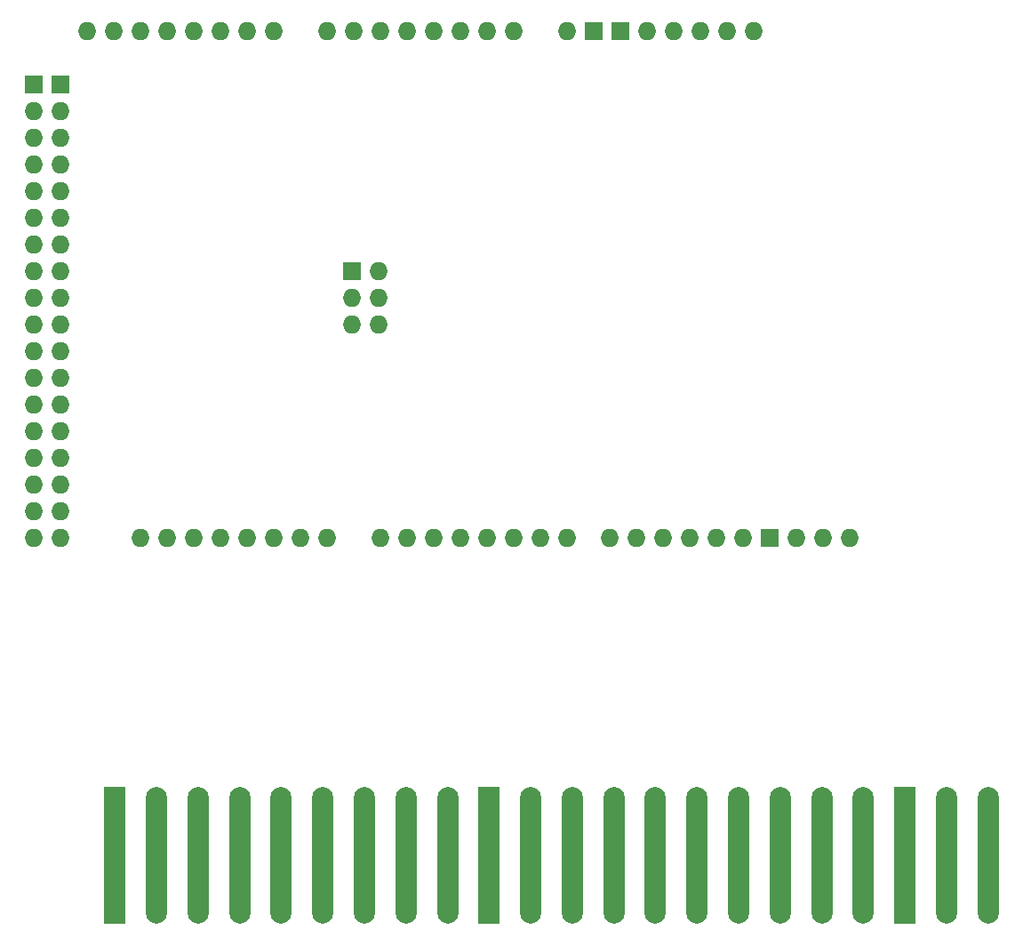
<source format=gbr>
%TF.GenerationSoftware,KiCad,Pcbnew,7.0.9*%
%TF.CreationDate,2023-11-10T10:13:10-06:00*%
%TF.ProjectId,controlSemaforicoMEga,636f6e74-726f-46c5-9365-6d61666f7269,rev?*%
%TF.SameCoordinates,PX4ef7d2aPY852b4f0*%
%TF.FileFunction,Copper,L2,Bot*%
%TF.FilePolarity,Positive*%
%FSLAX46Y46*%
G04 Gerber Fmt 4.6, Leading zero omitted, Abs format (unit mm)*
G04 Created by KiCad (PCBNEW 7.0.9) date 2023-11-10 10:13:10*
%MOMM*%
%LPD*%
G01*
G04 APERTURE LIST*
%TA.AperFunction,ComponentPad*%
%ADD10O,1.727200X1.727200*%
%TD*%
%TA.AperFunction,ComponentPad*%
%ADD11R,1.727200X1.727200*%
%TD*%
%TA.AperFunction,SMDPad,CuDef*%
%ADD12R,2.000000X13.000000*%
%TD*%
%TA.AperFunction,SMDPad,CuDef*%
%ADD13O,2.000000X13.000000*%
%TD*%
%TA.AperFunction,Conductor*%
%ADD14C,0.203200*%
%TD*%
G04 APERTURE END LIST*
D10*
%TO.P,A1,*%
%TO.N,*%
X76707990Y79186000D03*
%TO.P,A1,3V3,3.3V*%
%TO.N,unconnected-(A1-3.3V-Pad3V3)*%
X69087990Y79186000D03*
%TO.P,A1,5V1,5V*%
%TO.N,unconnected-(A1-5V-Pad5V1)*%
X66547990Y79186000D03*
%TO.P,A1,5V2,SPI_5V*%
%TO.N,unconnected-(A1-SPI_5V-Pad5V2)*%
X38480990Y51246000D03*
%TO.P,A1,5V3,5V*%
%TO.N,VCC*%
X10667990Y30926000D03*
%TO.P,A1,5V4,5V*%
%TO.N,unconnected-(A1-5V-Pad5V4)*%
X8127990Y30926000D03*
%TO.P,A1,A0,A0*%
%TO.N,unconnected-(A1-PadA0)*%
X53847990Y79186000D03*
%TO.P,A1,A1,A1*%
%TO.N,unconnected-(A1-PadA1)*%
X51307990Y79186000D03*
%TO.P,A1,A2,A2*%
%TO.N,unconnected-(A1-PadA2)*%
X48767990Y79186000D03*
%TO.P,A1,A3,A3*%
%TO.N,unconnected-(A1-PadA3)*%
X46227990Y79186000D03*
%TO.P,A1,A4,A4*%
%TO.N,unconnected-(A1-PadA4)*%
X43687990Y79186000D03*
%TO.P,A1,A5,A5*%
%TO.N,unconnected-(A1-PadA5)*%
X41147990Y79186000D03*
%TO.P,A1,A6,A6*%
%TO.N,unconnected-(A1-PadA6)*%
X38607990Y79186000D03*
%TO.P,A1,A7,A7*%
%TO.N,unconnected-(A1-PadA7)*%
X36067990Y79186000D03*
%TO.P,A1,A8,A8*%
%TO.N,unconnected-(A1-PadA8)*%
X30987990Y79186000D03*
%TO.P,A1,A9,A9*%
%TO.N,unconnected-(A1-PadA9)*%
X28447990Y79186000D03*
%TO.P,A1,A10,A10*%
%TO.N,unconnected-(A1-PadA10)*%
X25907990Y79186000D03*
%TO.P,A1,A11,A11*%
%TO.N,unconnected-(A1-PadA11)*%
X23367990Y79186000D03*
%TO.P,A1,A12,A12*%
%TO.N,unconnected-(A1-PadA12)*%
X20827990Y79186000D03*
%TO.P,A1,A13,A13*%
%TO.N,unconnected-(A1-PadA13)*%
X18287990Y79186000D03*
%TO.P,A1,A14,A14*%
%TO.N,unconnected-(A1-PadA14)*%
X15747990Y79186000D03*
%TO.P,A1,A15,A15*%
%TO.N,unconnected-(A1-PadA15)*%
X13207990Y79186000D03*
%TO.P,A1,AREF,AREF*%
%TO.N,unconnected-(A1-PadAREF)*%
X80771990Y30926000D03*
%TO.P,A1,D0,D0/RX0*%
%TO.N,unconnected-(A1-D0{slash}RX0-PadD0)*%
X41147990Y30926000D03*
%TO.P,A1,D1,D1/TX0*%
%TO.N,unconnected-(A1-D1{slash}TX0-PadD1)*%
X43687990Y30926000D03*
%TO.P,A1,D2,D2_INT0*%
%TO.N,Net-(A1-D2_INT0)*%
X46227990Y30926000D03*
%TO.P,A1,D3,D3_INT1*%
%TO.N,Net-(A1-D3_INT1)*%
X48767990Y30926000D03*
%TO.P,A1,D4,D4*%
%TO.N,Net-(J1-Pin_4)*%
X51307990Y30926000D03*
%TO.P,A1,D5,D5*%
%TO.N,Net-(J1-Pin_5)*%
X53847990Y30926000D03*
%TO.P,A1,D6,D6*%
%TO.N,Net-(J1-Pin_6)*%
X56387990Y30926000D03*
%TO.P,A1,D7,D7*%
%TO.N,Net-(J1-Pin_7)*%
X58927990Y30926000D03*
%TO.P,A1,D8,D8*%
%TO.N,Net-(J1-Pin_8)*%
X62991990Y30926000D03*
%TO.P,A1,D9,D9*%
%TO.N,Net-(J1-Pin_9)*%
X65531990Y30926000D03*
%TO.P,A1,D10,D10*%
%TO.N,Net-(J1-Pin_10)*%
X68071990Y30926000D03*
%TO.P,A1,D11,D11*%
%TO.N,Net-(J1-Pin_11)*%
X70611990Y30926000D03*
%TO.P,A1,D12,D12*%
%TO.N,Net-(J1-Pin_12)*%
X73151990Y30926000D03*
%TO.P,A1,D13,D13*%
%TO.N,Net-(J1-Pin_13)*%
X75691990Y30926000D03*
%TO.P,A1,D14,D14/TX3*%
%TO.N,unconnected-(A1-D14{slash}TX3-PadD14)*%
X36067990Y30926000D03*
%TO.P,A1,D15,D15/RX3*%
%TO.N,unconnected-(A1-D15{slash}RX3-PadD15)*%
X33527990Y30926000D03*
%TO.P,A1,D16,D16/TX2*%
%TO.N,unconnected-(A1-D16{slash}TX2-PadD16)*%
X30987990Y30926000D03*
%TO.P,A1,D17,D17/RX2*%
%TO.N,unconnected-(A1-D17{slash}RX2-PadD17)*%
X28447990Y30926000D03*
%TO.P,A1,D18,D18/TX1*%
%TO.N,unconnected-(A1-D18{slash}TX1-PadD18)*%
X25907990Y30926000D03*
%TO.P,A1,D19,D19/RX1*%
%TO.N,unconnected-(A1-D19{slash}RX1-PadD19)*%
X23367990Y30926000D03*
%TO.P,A1,D20,D20/SDA*%
%TO.N,unconnected-(A1-D20{slash}SDA-PadD20)*%
X20827990Y30926000D03*
%TO.P,A1,D21,D21/SCL*%
%TO.N,unconnected-(A1-D21{slash}SCL-PadD21)*%
X18287990Y30926000D03*
%TO.P,A1,D22,D22*%
%TO.N,Net-(J1-Pin_14)*%
X10667990Y33466000D03*
%TO.P,A1,D23,D23*%
%TO.N,Net-(J1-Pin_15)*%
X8127990Y33466000D03*
%TO.P,A1,D24,D24*%
%TO.N,Net-(J1-Pin_16)*%
X10667990Y36006000D03*
%TO.P,A1,D25,D25*%
%TO.N,Net-(J1-Pin_17)*%
X8127990Y36006000D03*
%TO.P,A1,D26,D26*%
%TO.N,Net-(J1-Pin_18)*%
X10667990Y38546000D03*
%TO.P,A1,D27,D27*%
%TO.N,Net-(J1-Pin_19)*%
X8127990Y38546000D03*
%TO.P,A1,D28,D28*%
%TO.N,unconnected-(A1-PadD28)*%
X10667990Y41086000D03*
%TO.P,A1,D29,D29*%
%TO.N,unconnected-(A1-PadD29)*%
X8127990Y41086000D03*
%TO.P,A1,D30,D30*%
%TO.N,unconnected-(A1-PadD30)*%
X10667990Y43626000D03*
%TO.P,A1,D31,D31*%
%TO.N,unconnected-(A1-PadD31)*%
X8127990Y43626000D03*
%TO.P,A1,D32,D32*%
%TO.N,unconnected-(A1-PadD32)*%
X10667990Y46166000D03*
%TO.P,A1,D33,D33*%
%TO.N,unconnected-(A1-PadD33)*%
X8127990Y46166000D03*
%TO.P,A1,D34,D34*%
%TO.N,unconnected-(A1-PadD34)*%
X10667990Y48706000D03*
%TO.P,A1,D35,D35*%
%TO.N,unconnected-(A1-PadD35)*%
X8127990Y48706000D03*
%TO.P,A1,D36,D36*%
%TO.N,unconnected-(A1-PadD36)*%
X10667990Y51246000D03*
%TO.P,A1,D37,D37*%
%TO.N,unconnected-(A1-PadD37)*%
X8127990Y51246000D03*
%TO.P,A1,D38,D38*%
%TO.N,unconnected-(A1-PadD38)*%
X10667990Y53786000D03*
%TO.P,A1,D39,D39*%
%TO.N,unconnected-(A1-PadD39)*%
X8127990Y53786000D03*
%TO.P,A1,D40,D40*%
%TO.N,unconnected-(A1-PadD40)*%
X10667990Y56326000D03*
%TO.P,A1,D41,D41*%
%TO.N,unconnected-(A1-PadD41)*%
X8127990Y56326000D03*
%TO.P,A1,D42,D42*%
%TO.N,unconnected-(A1-PadD42)*%
X10667990Y58866000D03*
%TO.P,A1,D43,D43*%
%TO.N,unconnected-(A1-PadD43)*%
X8127990Y58866000D03*
%TO.P,A1,D44,D44*%
%TO.N,unconnected-(A1-PadD44)*%
X10667990Y61406000D03*
%TO.P,A1,D45,D45*%
%TO.N,unconnected-(A1-PadD45)*%
X8127990Y61406000D03*
%TO.P,A1,D46,D46*%
%TO.N,unconnected-(A1-PadD46)*%
X10667990Y63946000D03*
%TO.P,A1,D47,D47*%
%TO.N,unconnected-(A1-PadD47)*%
X8127990Y63946000D03*
%TO.P,A1,D48,D48*%
%TO.N,unconnected-(A1-PadD48)*%
X10667990Y66486000D03*
%TO.P,A1,D49,D49*%
%TO.N,unconnected-(A1-PadD49)*%
X8127990Y66486000D03*
%TO.P,A1,D50,D50_MISO*%
%TO.N,unconnected-(A1-D50_MISO-PadD50)*%
X10667990Y69026000D03*
%TO.P,A1,D51,D51_MOSI*%
%TO.N,unconnected-(A1-D51_MOSI-PadD51)*%
X8127990Y69026000D03*
%TO.P,A1,D52,D52_SCK*%
%TO.N,unconnected-(A1-D52_SCK-PadD52)*%
X10667990Y71566000D03*
%TO.P,A1,D53,D53_CS*%
%TO.N,unconnected-(A1-D53_CS-PadD53)*%
X8127990Y71566000D03*
D11*
%TO.P,A1,GND1,GND*%
%TO.N,unconnected-(A1-GND-PadGND1)*%
X78231990Y30926000D03*
%TO.P,A1,GND2,GND*%
%TO.N,unconnected-(A1-GND-PadGND2)*%
X64007990Y79186000D03*
%TO.P,A1,GND3,GND*%
%TO.N,GND*%
X61467990Y79186000D03*
%TO.P,A1,GND4,SPI_GND*%
%TO.N,unconnected-(A1-SPI_GND-PadGND4)*%
X38480990Y56326000D03*
%TO.P,A1,GND5,GND*%
%TO.N,unconnected-(A1-GND-PadGND5)*%
X10667990Y74106000D03*
%TO.P,A1,GND6,GND*%
%TO.N,unconnected-(A1-GND-PadGND6)*%
X8127990Y74106000D03*
D10*
%TO.P,A1,IORF,IOREF*%
%TO.N,unconnected-(A1-IOREF-PadIORF)*%
X74167990Y79186000D03*
%TO.P,A1,MISO,SPI_MISO*%
%TO.N,unconnected-(A1-SPI_MISO-PadMISO)*%
X41020990Y51246000D03*
%TO.P,A1,MOSI,SPI_MOSI*%
%TO.N,unconnected-(A1-SPI_MOSI-PadMOSI)*%
X38480990Y53786000D03*
%TO.P,A1,RST1,RESET*%
%TO.N,unconnected-(A1-RESET-PadRST1)*%
X71627990Y79186000D03*
%TO.P,A1,RST2,SPI_RESET*%
%TO.N,unconnected-(A1-SPI_RESET-PadRST2)*%
X41020990Y56326000D03*
%TO.P,A1,SCK,SPI_SCK*%
%TO.N,unconnected-(A1-SPI_SCK-PadSCK)*%
X41020990Y53786000D03*
%TO.P,A1,SCL,SCL*%
%TO.N,unconnected-(A1-PadSCL)*%
X85851990Y30926000D03*
%TO.P,A1,SDA,SDA*%
%TO.N,unconnected-(A1-PadSDA)*%
X83311990Y30926000D03*
%TO.P,A1,VIN,VIN*%
%TO.N,unconnected-(A1-PadVIN)*%
X58927990Y79186000D03*
%TD*%
D12*
%TO.P,J1,B1*%
%TO.N,N/C*%
X15900000Y700000D03*
D13*
%TO.P,J1,B2*%
X19860000Y700000D03*
%TO.P,J1,B3*%
X23820000Y700000D03*
%TO.P,J1,B4*%
X27780000Y700000D03*
%TO.P,J1,B5*%
X31740000Y700000D03*
%TO.P,J1,B6*%
X35700000Y700000D03*
%TO.P,J1,B7*%
X39660000Y700000D03*
%TO.P,J1,B8*%
X43620000Y700000D03*
%TO.P,J1,B9*%
X47580000Y700000D03*
D12*
%TO.P,J1,B10*%
X51540000Y700000D03*
D13*
%TO.P,J1,B11*%
X55500000Y700000D03*
%TO.P,J1,B12*%
X59460000Y700000D03*
%TO.P,J1,B13*%
X63420000Y700000D03*
%TO.P,J1,B14*%
X67379990Y700000D03*
%TO.P,J1,B15*%
X71339990Y700000D03*
%TO.P,J1,B16*%
X75299990Y700000D03*
%TO.P,J1,B17*%
X79259990Y700000D03*
%TO.P,J1,B18*%
X83219990Y700000D03*
%TO.P,J1,B19*%
X87179990Y700000D03*
D12*
%TO.P,J1,B20*%
X91139990Y700000D03*
D13*
%TO.P,J1,B21*%
X95099990Y700000D03*
%TO.P,J1,B22*%
X99059990Y700000D03*
%TD*%
D14*
%TO.N,Net-(J1-Pin_4)*%
X51434990Y30926000D02*
X51307990Y30926000D01*
%TO.N,Net-(J1-Pin_5)*%
X53974990Y30926000D02*
X53847990Y30926000D01*
%TD*%
M02*

</source>
